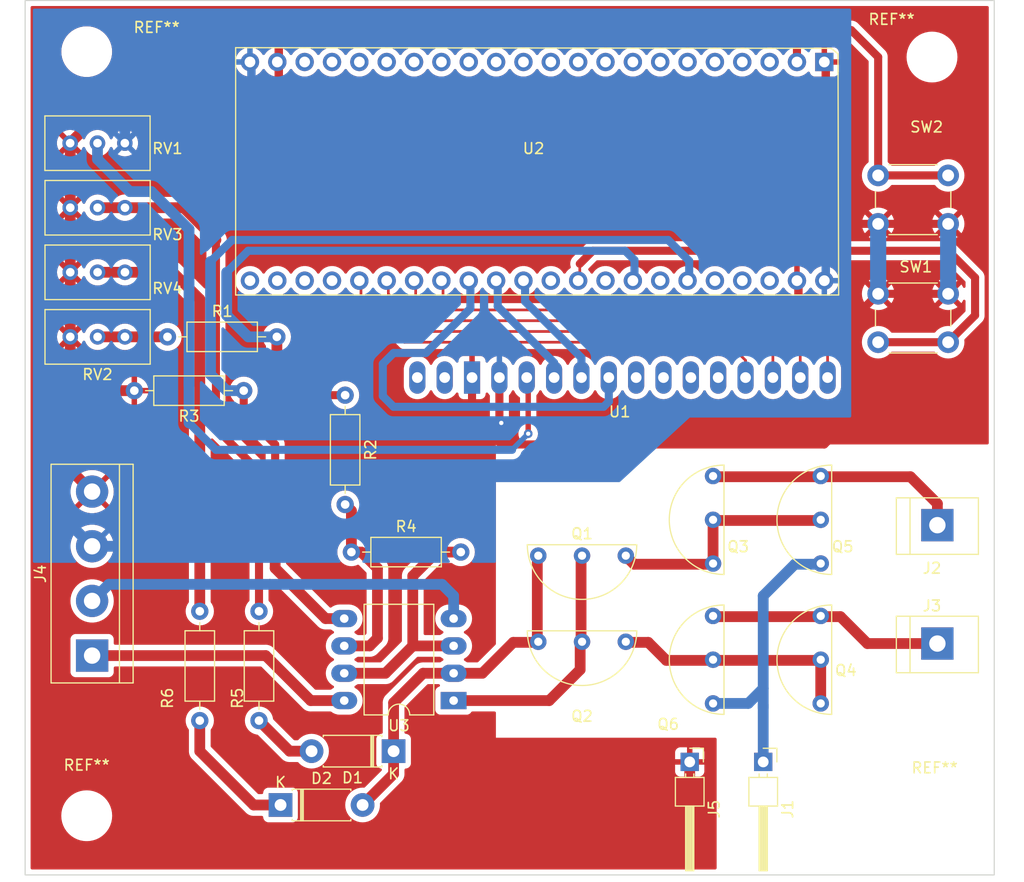
<source format=kicad_pcb>
(kicad_pcb (version 20211014) (generator pcbnew)
  (layers (0 "F.Cu" signal) (31 "B.Cu" signal) (34 "B.Paste" user) (35 "F.Paste" user) (36 "B.SilkS" user "B.Silkscreen") (37 "F.SilkS" user "F.Silkscreen") (38 "B.Mask" user) (39 "F.Mask" user) (44 "Edge.Cuts" user))
  (net 0 "")
  (net 1 "Net-(D1-Pad1)")
  (net 2 "Net-(D1-Pad2)")
  (net 3 "Net-(D2-Pad1)")
  (net 4 "/Control_y_salida/Iout")
  (net 5 "GND")
  (net 6 "+5V")
  (net 7 "-12V")
  (net 8 "+12V")
  (net 9 "VEE")
  (net 10 "VCC")
  (net 11 "Net-(Q1-Pad1)")
  (net 12 "Net-(Q1-Pad2)")
  (net 13 "Net-(Q2-Pad1)")
  (net 14 "Net-(R1-Pad1)")
  (net 15 "/Control_y_salida/IDAC_Neg")
  (net 16 "Net-(R2-Pad2)")
  (net 17 "/Control_y_salida/IDAC_Pos")
  (net 18 "Net-(R4-Pad2)")
  (net 19 "Net-(R5-Pad1)")
  (net 20 "Net-(R6-Pad1)")
  (net 21 "Net-(RV1-Pad2)")
  (net 22 "/Control_y_salida/But_Dec")
  (net 23 "/Control_y_salida/But_Inc")
  (net 24 "/Control_y_salida/LCD_RS")
  (net 25 "/Control_y_salida/LCD_R{slash}W")
  (net 26 "/Control_y_salida/LCD_E")
  (net 31 "/Control_y_salida/LCD_D4")
  (net 32 "/Control_y_salida/LCD_D5")
  (net 33 "/Control_y_salida/LCD_D6")
  (net 34 "/Control_y_salida/LCD_D7")
  (footprint "Potentiometer_THT:Potentiometer_Bourns_3296W_Vertical" (layer "F.Cu") (at 119.54 76)
    (fp_text reference "RV1" (at 3.96 0.5) (layer "F.SilkS"))
    (fp_text value "5k")
    (pad "1" thru_hole circle (at 0 0) (size 1.44 1.44) (drill 0.8) (layers *.Cu *.Mask) (net 6 "+5V"))
    (pad "2" thru_hole circle (at -2.54 0) (size 1.44 1.44) (drill 0.8) (layers *.Cu *.Mask) (net 21 "Net-(RV1-Pad2)"))
    (pad "3" thru_hole circle (at -5.08 0) (size 1.44 1.44) (drill 0.8) (layers *.Cu *.Mask) (net 5 "GND"))
  )
  (footprint "MountingHole:MountingHole_3.7mm" (layer "F.Cu") (at 194.5 68)
    (fp_text reference "REF**" (at -3.75 -3.5) (layer "F.SilkS"))
    (fp_text value "MountingHole_3.7mm")
    (pad "" np_thru_hole circle (at 0 0) (size 3.7 3.7) (drill 3.7) (layers F&B.Cu *.Mask))
  )
  (footprint "Button_Switch_THT:SW_PUSH_6mm_H7.3mm" (layer "F.Cu") (at 196 83.5 180)
    (fp_text reference "SW2" (at 2 9) (layer "F.SilkS"))
    (fp_text value "SW_Push")
    (pad "1" thru_hole circle (at 0 0 270) (size 2 2) (drill 1.1) (layers *.Cu *.Mask) (net 5 "GND"))
    (pad "1" thru_hole circle (at 6.5 0 270) (size 2 2) (drill 1.1) (layers *.Cu *.Mask) (net 5 "GND"))
    (pad "2" thru_hole circle (at 0 4.5 270) (size 2 2) (drill 1.1) (layers *.Cu *.Mask) (net 23 "/Control_y_salida/But_Inc"))
    (pad "2" thru_hole circle (at 6.5 4.5 270) (size 2 2) (drill 1.1) (layers *.Cu *.Mask) (net 23 "/Control_y_salida/But_Inc"))
  )
  (footprint "Proyecto_MIB:BF42X" (layer "F.Cu") (at 186.707 124 90)
    (fp_text reference "Q4" (at -1 -0.207 unlocked) (layer "F.SilkS"))
    (fp_text value "BF422")
    (pad "1" thru_hole circle (at -4.064 -2.54 90) (size 1.524 1.524) (drill 0.762) (layers *.Cu *.Mask) (net 13 "Net-(Q2-Pad1)"))
    (pad "2" thru_hole circle (at 0 -2.54 90) (size 1.524 1.524) (drill 0.762) (layers *.Cu *.Mask) (net 13 "Net-(Q2-Pad1)"))
    (pad "3" thru_hole circle (at 4.064 -2.54 90) (size 1.524 1.524) (drill 0.762) (layers *.Cu *.Mask) (net 9 "VEE"))
  )
  (footprint "MountingHole:MountingHole_3.7mm" (layer "F.Cu") (at 116 138.5)
    (fp_text reference "REF**" (at 0 -4.7) (layer "F.SilkS"))
    (fp_text value "MountingHole_3.7mm")
    (pad "" np_thru_hole circle (at 0 0) (size 3.7 3.7) (drill 3.7) (layers *.Cu *.Mask))
  )
  (footprint "Resistor_THT:R_Axial_DIN0207_L6.3mm_D2.5mm_P10.16mm_Horizontal" (layer "F.Cu") (at 126.5 119.5 -90)
    (fp_text reference "R6" (at 8.08 3 90) (layer "F.SilkS"))
    (fp_text value "3k3")
    (pad "1" thru_hole circle (at 0 0 270) (size 1.6 1.6) (drill 0.8) (layers *.Cu *.Mask) (net 20 "Net-(R6-Pad1)"))
    (pad "2" thru_hole oval (at 10.16 0 270) (size 1.6 1.6) (drill 0.8) (layers *.Cu *.Mask) (net 3 "Net-(D2-Pad1)"))
  )
  (footprint "Diode_THT:D_DO-41_SOD81_P7.62mm_Horizontal" (layer "F.Cu") (at 144.5 132.5 180)
    (fp_text reference "D1" (at 3.81 -2.47) (layer "F.SilkS"))
    (fp_text value "1N4148")
    (fp_text user "K" (at 0 -2.1) (layer "F.SilkS"))
    (pad "1" thru_hole rect (at 0 0 180) (size 2.2 2.2) (drill 1.1) (layers *.Cu *.Mask) (net 1 "Net-(D1-Pad1)"))
    (pad "2" thru_hole oval (at 7.62 0 180) (size 2.2 2.2) (drill 1.1) (layers *.Cu *.Mask) (net 2 "Net-(D1-Pad2)"))
  )
  (footprint "Proyecto_MIB:BF42X" (layer "F.Cu") (at 176.707 124 90)
    (fp_text reference "Q6" (at -6 -6.707 unlocked) (layer "F.SilkS"))
    (fp_text value "BF422")
    (pad "1" thru_hole circle (at -4.064 -2.54 90) (size 1.524 1.524) (drill 0.762) (layers *.Cu *.Mask) (net 4 "/Control_y_salida/Iout"))
    (pad "2" thru_hole circle (at 0 -2.54 90) (size 1.524 1.524) (drill 0.762) (layers *.Cu *.Mask) (net 13 "Net-(Q2-Pad1)"))
    (pad "3" thru_hole circle (at 4.064 -2.54 90) (size 1.524 1.524) (drill 0.762) (layers *.Cu *.Mask) (net 9 "VEE"))
  )
  (footprint "Proyecto_MIB:BF42X" (layer "F.Cu") (at 176.707 111 90)
    (fp_text reference "Q3" (at -2.5 -0.207 unlocked) (layer "F.SilkS"))
    (fp_text value "BF421")
    (pad "1" thru_hole circle (at -4.064 -2.54 90) (size 1.524 1.524) (drill 0.762) (layers *.Cu *.Mask) (net 11 "Net-(Q1-Pad1)"))
    (pad "2" thru_hole circle (at 0 -2.54 90) (size 1.524 1.524) (drill 0.762) (layers *.Cu *.Mask) (net 11 "Net-(Q1-Pad1)"))
    (pad "3" thru_hole circle (at 4.064 -2.54 90) (size 1.524 1.524) (drill 0.762) (layers *.Cu *.Mask) (net 10 "VCC"))
  )
  (footprint "Proyecto_MIB:TerminalBLock_bornier-1_P5.08mm" (layer "F.Cu") (at 188.46 125.21 -90)
    (fp_text reference "J3" (at -6.21 -6.04 unlocked) (layer "F.SilkS"))
    (fp_text value "Screw_Terminal_01x01")
    (pad "1" thru_hole rect (at -2.71 -6.54 270) (size 3 3) (drill 1.52) (layers *.Cu *.Mask) (net 9 "VEE"))
  )
  (footprint "Proyecto_MIB:LCD_pinsonly" (layer "F.Cu") (at 165.5 101.4665)
    (fp_text reference "U1" (at 0 -0.5 unlocked) (layer "F.SilkS"))
    (fp_text value "LCD-016N002L")
    (pad "1" thru_hole rect (at -13.716 -3.683 180) (size 1.5 3) (drill 1) (layers *.Cu *.Mask) (net 5 "GND"))
    (pad "2" thru_hole oval (at -11.176 -3.683 180) (size 1.5 3) (drill 1) (layers *.Cu *.Mask) (net 6 "+5V"))
    (pad "3" thru_hole oval (at -8.636 -3.683 180) (size 1.5 3) (drill 1) (layers *.Cu *.Mask) (net 21 "Net-(RV1-Pad2)"))
    (pad "4" thru_hole oval (at -6.096 -3.683 180) (size 1.5 3) (drill 1) (layers *.Cu *.Mask) (net 24 "/Control_y_salida/LCD_RS"))
    (pad "5" thru_hole oval (at -3.556 -3.683 180) (size 1.5 3) (drill 1) (layers *.Cu *.Mask) (net 25 "/Control_y_salida/LCD_R{slash}W"))
    (pad "6" thru_hole oval (at -1.016 -3.683 180) (size 1.5 3) (drill 1) (layers *.Cu *.Mask) (net 26 "/Control_y_salida/LCD_E"))
    (pad "7" thru_hole oval (at 1.524 -3.683 180) (size 1.5 3) (drill 1) (layers *.Cu *.Mask))
    (pad "8" thru_hole oval (at 4.064 -3.683 180) (size 1.5 3) (drill 1) (layers *.Cu *.Mask))
    (pad "9" thru_hole oval (at 6.604 -3.683 180) (size 1.5 3) (drill 1) (layers *.Cu *.Mask))
    (pad "10" thru_hole oval (at 9.144 -3.683 180) (size 1.5 3) (drill 1) (layers *.Cu *.Mask))
    (pad "11" thru_hole oval (at 11.684 -3.683 180) (size 1.5 3) (drill 1) (layers *.Cu *.Mask) (net 31 "/Control_y_salida/LCD_D4"))
    (pad "12" thru_hole oval (at 14.224 -3.683 180) (size 1.5 3) (drill 1) (layers *.Cu *.Mask) (net 32 "/Control_y_salida/LCD_D5"))
    (pad "13" thru_hole oval (at 16.764 -3.683 180) (size 1.5 3) (drill 1) (layers *.Cu *.Mask) (net 33 "/Control_y_salida/LCD_D6"))
    (pad "14" thru_hole oval (at 19.304 -3.683 180) (size 1.5 3) (drill 1) (layers *.Cu *.Mask) (net 34 "/Control_y_salida/LCD_D7"))
    (pad "15" thru_hole oval (at -16.256 -3.683 180) (size 1.5 3) (drill 1) (layers *.Cu *.Mask))
    (pad "16" thru_hole oval (at -18.796 -3.683 180) (size 1.5 3) (drill 1) (layers *.Cu *.Mask))
  )
  (footprint "Resistor_THT:R_Axial_DIN0207_L6.3mm_D2.5mm_P10.16mm_Horizontal" (layer "F.Cu") (at 140.58 114)
    (fp_text reference "R4" (at 5.08 -2.37) (layer "F.SilkS"))
    (fp_text value "47k")
    (pad "1" thru_hole circle (at 0 0) (size 1.6 1.6) (drill 0.8) (layers *.Cu *.Mask) (net 16 "Net-(R2-Pad2)"))
    (pad "2" thru_hole oval (at 10.16 0) (size 1.6 1.6) (drill 0.8) (layers *.Cu *.Mask) (net 18 "Net-(R4-Pad2)"))
  )
  (footprint "MountingHole:MountingHole_3.7mm" (layer "F.Cu") (at 116 67.5)
    (fp_text reference "REF**" (at 6.5 -2.25) (layer "F.SilkS"))
    (fp_text value "MountingHole_3.7mm")
    (pad "" np_thru_hole circle (at 0 0) (size 3.7 3.7) (drill 3.7) (layers *.Cu *.Mask))
  )
  (footprint "Connector_PinHeader_2.54mm:PinHeader_1x01_P2.54mm_Horizontal" (layer "F.Cu") (at 172 133.5 -90)
    (fp_text reference "J5" (at 4.385 -2.27 90) (layer "F.SilkS"))
    (fp_text value "Conn_01x01_Male")
    (pad "1" thru_hole rect (at 0 0 270) (size 1.7 1.7) (drill 1) (layers *.Cu *.Mask) (net 5 "GND"))
  )
  (footprint "Potentiometer_THT:Potentiometer_Bourns_3296W_Vertical" (layer "F.Cu") (at 119.55 82)
    (fp_text reference "RV3" (at 3.95 2.5) (layer "F.SilkS"))
    (fp_text value "10k")
    (pad "1" thru_hole circle (at 0 0) (size 1.44 1.44) (drill 0.8) (layers *.Cu *.Mask) (net 19 "Net-(R5-Pad1)"))
    (pad "2" thru_hole circle (at -2.54 0) (size 1.44 1.44) (drill 0.8) (layers *.Cu *.Mask) (net 19 "Net-(R5-Pad1)"))
    (pad "3" thru_hole circle (at -5.08 0) (size 1.44 1.44) (drill 0.8) (layers *.Cu *.Mask) (net 5 "GND"))
  )
  (footprint "Proyecto_MIB:TerminalBLock_bornier-1_P5.08mm" (layer "F.Cu") (at 188.46 114.21 -90)
    (fp_text reference "J2" (at 1.29 -6.04 unlocked) (layer "F.SilkS"))
    (fp_text value "Screw_Terminal_01x01")
    (pad "1" thru_hole rect (at -2.71 -6.54 270) (size 3 3) (drill 1.52) (layers *.Cu *.Mask) (net 10 "VCC"))
  )
  (footprint "Resistor_THT:R_Axial_DIN0207_L6.3mm_D2.5mm_P10.16mm_Horizontal" (layer "F.Cu") (at 123.5 94)
    (fp_text reference "R1" (at 5.08 -2.37) (layer "F.SilkS"))
    (fp_text value "10k")
    (pad "1" thru_hole circle (at 0 0) (size 1.6 1.6) (drill 0.8) (layers *.Cu *.Mask) (net 14 "Net-(R1-Pad1)"))
    (pad "2" thru_hole oval (at 10.16 0) (size 1.6 1.6) (drill 0.8) (layers *.Cu *.Mask) (net 15 "/Control_y_salida/IDAC_Neg"))
  )
  (footprint "Button_Switch_THT:SW_PUSH_6mm_H7.3mm" (layer "F.Cu") (at 189.5 90)
    (fp_text reference "SW1" (at 3.5 -2.5) (layer "F.SilkS"))
    (fp_text value "SW_Push")
    (pad "1" thru_hole circle (at 0 0 90) (size 2 2) (drill 1.1) (layers *.Cu *.Mask) (net 5 "GND"))
    (pad "1" thru_hole circle (at 6.5 0 90) (size 2 2) (drill 1.1) (layers *.Cu *.Mask) (net 5 "GND"))
    (pad "2" thru_hole circle (at 6.5 4.5 90) (size 2 2) (drill 1.1) (layers *.Cu *.Mask) (net 22 "/Control_y_salida/But_Dec"))
    (pad "2" thru_hole circle (at 0 4.5 90) (size 2 2) (drill 1.1) (layers *.Cu *.Mask) (net 22 "/Control_y_salida/But_Dec"))
  )
  (footprint "Proyecto_MIB:BF42X" (layer "F.Cu") (at 186.707 111 90)
    (fp_text reference "Q5" (at -2.5 -0.5 unlocked) (layer "F.SilkS"))
    (fp_text value "BF421")
    (pad "1" thru_hole circle (at -4.064 -2.54 90) (size 1.524 1.524) (drill 0.762) (layers *.Cu *.Mask) (net 4 "/Control_y_salida/Iout"))
    (pad "2" thru_hole circle (at 0 -2.54 90) (size 1.524 1.524) (drill 0.762) (layers *.Cu *.Mask) (net 11 "Net-(Q1-Pad1)"))
    (pad "3" thru_hole circle (at 4.064 -2.54 90) (size 1.524 1.524) (drill 0.762) (layers *.Cu *.Mask) (net 10 "VCC"))
  )
  (footprint "Proyecto_MIB:BF42X" (layer "F.Cu") (at 162 119.793 180)
    (fp_text reference "Q2" (at 0 -9.457 unlocked) (layer "F.SilkS"))
    (fp_text value "BG421")
    (pad "1" thru_hole circle (at -4.064 -2.54 180) (size 1.524 1.524) (drill 0.762) (layers *.Cu *.Mask) (net 13 "Net-(Q2-Pad1)"))
    (pad "2" thru_hole circle (at 0 -2.54 180) (size 1.524 1.524) (drill 0.762) (layers *.Cu *.Mask) (net 12 "Net-(Q1-Pad2)"))
    (pad "3" thru_hole circle (at 4.064 -2.54 180) (size 1.524 1.524) (drill 0.762) (layers *.Cu *.Mask) (net 1 "Net-(D1-Pad1)"))
  )
  (footprint "Proyecto_MIB:BF42X" (layer "F.Cu") (at 162 111.793 180)
    (fp_text reference "Q1" (at 0 -0.5 unlocked) (layer "F.SilkS"))
    (fp_text value "BF422")
    (pad "1" thru_hole circle (at -4.064 -2.54 180) (size 1.524 1.524) (drill 0.762) (layers *.Cu *.Mask) (net 11 "Net-(Q1-Pad1)"))
    (pad "2" thru_hole circle (at 0 -2.54 180) (size 1.524 1.524) (drill 0.762) (layers *.Cu *.Mask) (net 12 "Net-(Q1-Pad2)"))
    (pad "3" thru_hole circle (at 4.064 -2.54 180) (size 1.524 1.524) (drill 0.762) (layers *.Cu *.Mask) (net 1 "Net-(D1-Pad1)"))
  )
  (footprint "Resistor_THT:R_Axial_DIN0207_L6.3mm_D2.5mm_P10.16mm_Horizontal" (layer "F.Cu") (at 140 99.42 -90)
    (fp_text reference "R2" (at 5.08 -2.37 -270) (layer "F.SilkS"))
    (fp_text value "22k")
    (pad "1" thru_hole circle (at 0 0 270) (size 1.6 1.6) (drill 0.8) (layers *.Cu *.Mask) (net 15 "/Control_y_salida/IDAC_Neg"))
    (pad "2" thru_hole oval (at 10.16 0 270) (size 1.6 1.6) (drill 0.8) (layers *.Cu *.Mask) (net 16 "Net-(R2-Pad2)"))
  )
  (footprint "Diode_THT:D_DO-41_SOD81_P7.62mm_Horizontal" (layer "F.Cu") (at 134 137.5)
    (fp_text reference "D2" (at 3.81 -2.47) (layer "F.SilkS"))
    (fp_text value "1N4148")
    (fp_text user "K" (at 0 -2.1) (layer "F.SilkS"))
    (pad "1" thru_hole rect (at 0 0) (size 2.2 2.2) (drill 1.1) (layers *.Cu *.Mask) (net 3 "Net-(D2-Pad1)"))
    (pad "2" thru_hole oval (at 7.62 0) (size 2.2 2.2) (drill 1.1) (layers *.Cu *.Mask) (net 1 "Net-(D1-Pad1)"))
  )
  (footprint "MountingHole:MountingHole_3.7mm" (layer "F.Cu") (at 194.75 138.75)
    (fp_text reference "REF**" (at 0 -4.7) (layer "F.SilkS"))
    (fp_text value "MountingHole_3.7mm")
    (pad "" np_thru_hole circle (at 0 0) (size 3.7 3.7) (drill 3.7) (layers *.Cu *.Mask))
  )
  (footprint "Proyecto_MIB:PinSocket_2x22_P2.54mm_Vertical_2" (layer "F.Cu") (at 184.5 71 -90)
    (fp_text reference "U2" (at 5.5 27 180) (layer "F.SilkS"))
    (fp_text value "PSoC4_kit049_(CY8C4245AXI-483)")
    (pad "1" thru_hole rect (at -2.54 0 270) (size 1.7 1.7) (drill 1) (layers *.Cu *.Mask) (net 5 "GND"))
    (pad "2" thru_hole oval (at -2.54 2.54 270) (size 1.7 1.7) (drill 1) (layers *.Cu *.Mask) (net 23 "/Control_y_salida/But_Inc"))
    (pad "3" thru_hole oval (at -2.54 5.08 270) (size 1.7 1.7) (drill 1) (layers *.Cu *.Mask))
    (pad "4" thru_hole oval (at -2.54 7.62 270) (size 1.7 1.7) (drill 1) (layers *.Cu *.Mask))
    (pad "5" thru_hole oval (at -2.54 10.16 270) (size 1.7 1.7) (drill 1) (layers *.Cu *.Mask))
    (pad "6" thru_hole oval (at -2.54 12.7 270) (size 1.7 1.7) (drill 1) (layers *.Cu *.Mask))
    (pad "7" thru_hole oval (at -2.54 15.24 270) (size 1.7 1.7) (drill 1) (layers *.Cu *.Mask))
    (pad "8" thru_hole oval (at -2.54 17.78 270) (size 1.7 1.7) (drill 1) (layers *.Cu *.Mask))
    (pad "9" thru_hole oval (at -2.54 20.32 270) (size 1.7 1.7) (drill 1) (layers *.Cu *.Mask))
    (pad "10" thru_hole oval (at -2.54 22.86 270) (size 1.7 1.7) (drill 1) (layers *.Cu *.Mask))
    (pad "11" thru_hole oval (at -2.54 25.4 270) (size 1.7 1.7) (drill 1) (layers *.Cu *.Mask))
    (pad "12" thru_hole oval (at -2.54 27.94 270) (size 1.7 1.7) (drill 1) (layers *.Cu *.Mask))
    (pad "13" thru_hole oval (at -2.54 30.48 270) (size 1.7 1.7) (drill 1) (layers *.Cu *.Mask))
    (pad "14" thru_hole oval (at -2.54 33.02 270) (size 1.7 1.7) (drill 1) (layers *.Cu *.Mask))
    (pad "15" thru_hole oval (at -2.54 35.56 270) (size 1.7 1.7) (drill 1) (layers *.Cu *.Mask))
    (pad "16" thru_hole oval (at -2.54 38.1 270) (size 1.7 1.7) (drill 1) (layers *.Cu *.Mask))
    (pad "17" thru_hole oval (at -2.54 40.64 270) (size 1.7 1.7) (drill 1) (layers *.Cu *.Mask))
    (pad "18" thru_hole oval (at -2.54 43.18 270) (size 1.7 1.7) (drill 1) (layers *.Cu *.Mask))
    (pad "19" thru_hole oval (at -2.54 45.72 270) (size 1.7 1.7) (drill 1) (layers *.Cu *.Mask))
    (pad "20" thru_hole oval (at -2.54 48.26 270) (size 1.7 1.7) (drill 1) (layers *.Cu *.Mask))
    (pad "21" thru_hole oval (at -2.54 50.8 270) (size 1.7 1.7) (drill 1) (layers *.Cu *.Mask) (net 5 "GND"))
    (pad "22" thru_hole oval (at -2.54 53.34 270) (size 1.7 1.7) (drill 1) (layers *.Cu *.Mask) (net 6 "+5V"))
    (pad "23" thru_hole oval (at 17.78 0 270) (size 1.7 1.7) (drill 1) (layers *.Cu *.Mask) (net 6 "+5V"))
    (pad "24" thru_hole oval (at 17.78 2.54 270) (size 1.7 1.7) (drill 1) (layers *.Cu *.Mask) (net 5 "GND"))
    (pad "25" thru_hole oval (at 17.78 5.08 270) (size 1.7 1.7) (drill 1) (layers *.Cu *.Mask))
    (pad "26" thru_hole oval (at 17.78 7.62 270) (size 1.7 1.7) (drill 1) (layers *.Cu *.Mask))
    (pad "27" thru_hole oval (at 17.78 10.16 270) (size 1.7 1.7) (drill 1) (layers *.Cu *.Mask))
    (pad "28" thru_hole oval (at 17.78 12.7 270) (size 1.7 1.7) (drill 1) (layers *.Cu *.Mask) (net 17 "/Control_y_salida/IDAC_Pos"))
    (pad "29" thru_hole oval (at 17.78 15.24 270) (size 1.7 1.7) (drill 1) (layers *.Cu *.Mask))
    (pad "30" thru_hole oval (at 17.78 17.78 270) (size 1.7 1.7) (drill 1) (layers *.Cu *.Mask) (net 15 "/Control_y_salida/IDAC_Neg"))
    (pad "31" thru_hole oval (at 17.78 20.32 270) (size 1.7 1.7) (drill 1) (layers *.Cu *.Mask))
    (pad "32" thru_hole oval (at 17.78 22.86 270) (size 1.7 1.7) (drill 1) (layers *.Cu *.Mask) (net 22 "/Control_y_salida/But_Dec"))
    (pad "33" thru_hole oval (at 17.78 25.4 270) (size 1.7 1.7) (drill 1) (layers *.Cu *.Mask))
    (pad "34" thru_hole oval (at 17.78 27.94 270) (size 1.7 1.7) (drill 1) (layers *.Cu *.Mask) (net 25 "/Control_y_salida/LCD_R{slash}W"))
    (pad "35" thru_hole oval (at 17.78 30.48 270) (size 1.7 1.7) (drill 1) (layers *.Cu *.Mask) (net 24 "/Control_y_salida/LCD_RS"))
    (pad "36" thru_hole oval (at 17.78 33.02 270) (size 1.7 1.7) (drill 1) (layers *.Cu *.Mask) (net 26 "/Control_y_salida/LCD_E"))
    (pad "37" thru_hole oval (at 17.78 35.56 270) (size 1.7 1.7) (drill 1) (layers *.Cu *.Mask) (net 34 "/Control_y_salida/LCD_D7"))
    (pad "38" thru_hole oval (at 17.78 38.1 270) (size 1.7 1.7) (drill 1) (layers *.Cu *.Mask) (net 33 "/Control_y_salida/LCD_D6"))
    (pad "39" thru_hole oval (at 17.78 40.64 270) (size 1.7 1.7) (drill 1) (layers *.Cu *.Mask) (net 32 "/Control_y_salida/LCD_D5"))
    (pad "40" thru_hole oval (at 17.78 43.18 270) (size 1.7 1.7) (drill 1) (layers *.Cu *.Mask) (net 31 "/Control_y_salida/LCD_D4"))
    (pad "41" thru_hole oval (at 17.78 45.72 270) (size 1.7 1.7) (drill 1) (layers *.Cu *.Mask))
    (pad "42" thru_hole oval (at 17.78 48.26 270) (size 1.7 1.7) (drill 1) (layers *.Cu *.Mask))
    (pad "43" thru_hole oval (at 17.78 50.8 270) (size 1.7 1.7) (drill 1) (layers *.Cu *.Mask))
    (pad "44" thru_hole oval (at 17.78 53.34 270) (size 1.7 1.7) (drill 1) (layers *.Cu *.Mask))
  )
  (footprint "TerminalBlock:TerminalBlock_bornier-4_P5.08mm" (layer "F.Cu") (at 116.5 123.62 90)
    (fp_text reference "J4" (at 7.6 -4.8 90) (layer "F.SilkS"))
    (fp_text value "Screw_Terminal_01x04")
    (pad "1" thru_hole rect (at 0 0 90) (size 3 3) (drill 1.52) (layers *.Cu *.Mask) (net 8 "+12V"))
    (pad "2" thru_hole circle (at 5.08 0 90) (size 3 3) (drill 1.52) (layers *.Cu *.Mask) (net 7 "-12V"))
    (pad "3" thru_hole circle (at 10.16 0 90) (size 3 3) (drill 1.52) (layers *.Cu *.Mask) (net 6 "+5V"))
    (pad "4" thru_hole circle (at 15.24 0 90) (size 3 3) (drill 1.52) (layers *.Cu *.Mask) (net 5 "GND"))
  )
  (footprint "Potentiometer_THT:Potentiometer_Bourns_3296W_Vertical" (layer "F.Cu") (at 119.55 94)
    (fp_text reference "RV2" (at -2.55 3.5) (layer "F.SilkS"))
    (fp_text value "2k")
    (pad "1" thru_hole circle (at 0 0) (size 1.44 1.44) (drill 0.8) (layers *.Cu *.Mask) (net 14 "Net-(R1-Pad1)"))
    (pad "2" thru_hole circle (at -2.54 0) (size 1.44 1.44) (drill 0.8) (layers *.Cu *.Mask) (net 14 "Net-(R1-Pad1)"))
    (pad "3" thru_hole circle (at -5.08 0) (size 1.44 1.44) (drill 0.8) (layers *.Cu *.Mask) (net 5 "GND"))
  )
  (footprint "Potentiometer_THT:Potentiometer_Bourns_3296W_Vertical" (layer "F.Cu") (at 119.55 88)
    (fp_text reference "RV4" (at 3.95 1.5) (layer "F.SilkS"))
    (fp_text value "5k")
    (pad "1" thru_hole circle (at 0 0) (size 1.44 1.44) (drill 0.8) (layers *.Cu *.Mask) (net 20 "Net-(R6-Pad1)"))
    (pad "2" thru_hole circle (at -2.54 0) (size 1.44 1.44) (drill 0.8) (layers *.Cu *.Mask) (net 20 "Net-(R6-Pad1)"))
    (pad "3" thru_hole circle (at -5.08 0) (size 1.44 1.44) (drill 0.8) (layers *.Cu *.Mask) (net 5 "GND"))
  )
  (footprint "Package_DIP:DIP-8_W10.16mm_LongPads" (layer "F.Cu") (at 150.075 127.8 180)
    (fp_text reference "U3" (at 5.08 -2.33) (layer "F.SilkS"))
    (fp_text value "TL082")
    (pad "1" thru_hole rect (at 0 0 180) (size 2.4 1.6) (drill 0.8) (layers *.Cu *.Mask) (net 12 "Net-(Q1-Pad2)"))
    (pad "2" thru_hole oval (at 0 2.54 180) (size 2.4 1.6) (drill 0.8) (layers *.Cu *.Mask) (net 1 "Net-(D1-Pad1)"))
    (pad "3" thru_hole oval (at 0 5.08 180) (size 2.4 1.6) (drill 0.8) (layers *.Cu *.Mask) (net 18 "Net-(R4-Pad2)"))
    (pad "4" thru_hole oval (at 0 7.62 180) (size 2.4 1.6) (drill 0.8) (layers *.Cu *.Mask) (net 7 "-12V"))
    (pad "5" thru_hole oval (at 10.16 7.62 180) (size 2.4 1.6) (drill 0.8) (layers *.Cu *.Mask) (net 17 "/Control_y_salida/IDAC_Pos"))
    (pad "6" thru_hole oval (at 10.16 5.08 180) (size 2.4 1.6) (drill 0.8) (layers *.Cu *.Mask) (net 16 "Net-(R2-Pad2)"))
    (pad "7" thru_hole oval (at 10.16 2.54 180) (size 2.4 1.6) (drill 0.8) (layers *.Cu *.Mask) (net 18 "Net-(R4-Pad2)"))
    (pad "8" thru_hole oval (at 10.16 0 180) (size 2.4 1.6) (drill 0.8) (layers *.Cu *.Mask) (net 8 "+12V"))
  )
  (footprint "Resistor_THT:R_Axial_DIN0207_L6.3mm_D2.5mm_P10.16mm_Horizontal" (layer "F.Cu") (at 132 119.5 -90)
    (fp_text reference "R5" (at 8.08 2 90) (layer "F.SilkS"))
    (fp_text value "10k")
    (pad "1" thru_hole circle (at 0 0 270) (size 1.6 1.6) (drill 0.8) (layers *.Cu *.Mask) (net 19 "Net-(R5-Pad1)"))
    (pad "2" thru_hole oval (at 10.16 0 270) (size 1.6 1.6) (drill 0.8) (layers *.Cu *.Mask) (net 2 "Net-(D1-Pad2)"))
  )
  (footprint "Connector_PinHeader_2.54mm:PinHeader_1x01_P2.54mm_Horizontal" (layer "F.Cu") (at 178.825 133.5 -90)
    (fp_text reference "J1" (at 4.385 -2.27 -90) (layer "F.SilkS"))
    (fp_text value "Conn_01x01_Male")
    (pad "1" thru_hole rect (at 0 0 270) (size 1.7 1.7) (drill 1) (layers *.Cu *.Mask) (net 4 "/Control_y_salida/Iout"))
  )
  (footprint "Resistor_THT:R_Axial_DIN0207_L6.3mm_D2.5mm_P10.16mm_Horizontal" (layer "F.Cu") (at 130.58 99 180)
    (fp_text reference "R3" (at 5.08 -2.37) (layer "F.SilkS"))
    (fp_text value "6k8")
    (pad "1" thru_hole circle (at 0 0 180) (size 1.6 1.6) (drill 0.8) (layers *.Cu *.Mask) (net 17 "/Control_y_salida/IDAC_Pos"))
    (pad "2" thru_hole oval (at 10.16 0 180) (size 1.6 1.6) (drill 0.8) (layers *.Cu *.Mask) (net 5 "GND"))
  )
  (gr_rect (start 110.28 62.75) (end 200.28 144) (layer "Edge.Cuts") (width 0.1) (fill none))
  (segment (start 152.74 125.26) (end 155.611 122.389) (width 1) (layer "F.Cu") (net 1))
  (segment (start 155.611 122.389) (end 157.761 122.389) (width 1) (layer "F.Cu") (net 1))
  (segment (start 147.24 125.26) (end 144.5 128) (width 1) (layer "F.Cu") (net 1))
  (segment (start 157.84475 114.2765) (end 157.84475 122.30525) (width 1) (layer "F.Cu") (net 1))
  (segment (start 150.075 125.26) (end 152.74 125.26) (width 1) (layer "F.Cu") (net 1))
  (segment (start 144.5 128) (end 144.5 132.5) (width 1) (layer "F.Cu") (net 1))
  (segment (start 150.075 125.26) (end 147.24 125.26) (width 1) (layer "F.Cu") (net 1))
  (segment (start 144.5 134.62) (end 141.62 137.5) (width 1) (layer "F.Cu") (net 1))
  (segment (start 144.5 132.5) (end 144.5 134.62) (width 1) (layer "F.Cu") (net 1))
  (segment (start 157.84475 122.30525) (end 157.761 122.389) (width 1) (layer "F.Cu") (net 1))
  (segment (start 134.84 132.5) (end 136.88 132.5) (width 1) (layer "F.Cu") (net 2))
  (segment (start 132 129.66) (end 134.84 132.5) (width 1) (layer "F.Cu") (net 2))
  (segment (start 131.5 137.5) (end 126.5 132.5) (width 1) (layer "F.Cu") (net 3))
  (segment (start 134 137.5) (end 131.5 137.5) (width 1) (layer "F.Cu") (net 3))
  (segment (start 126.5 132.5) (end 126.5 129.66) (width 1) (layer "F.Cu") (net 3))
  (segment (start 178.825 126.675) (end 178.825 128.5) (width 1) (layer "B.Cu") (net 4))
  (segment (start 178.825 133.5) (end 178.825 128.175) (width 1) (layer "B.Cu") (net 4))
  (segment (start 184 115.128) (end 181.761 115.128) (width 1) (layer "B.Cu") (net 4))
  (segment (start 174.167 128.064) (end 177.436 128.064) (width 1) (layer "B.Cu") (net 4))
  (segment (start 181.761 115.128) (end 178.825 118.064) (width 1) (layer "B.Cu") (net 4))
  (segment (start 178.825 118.064) (end 178.825 126.675) (width 1) (layer "B.Cu") (net 4))
  (segment (start 177.436 128.064) (end 178.825 126.675) (width 1) (layer "B.Cu") (net 4))
  (segment (start 183.5 92.5) (end 187 92.5) (width 0.75) (layer "F.Cu") (net 5))
  (segment (start 189.5 83.5) (end 186.5 83.5) (width 0.75) (layer "F.Cu") (net 5))
  (segment (start 172 137.5) (end 168 141.5) (width 1) (layer "F.Cu") (net 5))
  (segment (start 133.85 66.85) (end 133.85 68.46) (width 0.75) (layer "F.Cu") (net 5))
  (segment (start 124.5 66) (end 133 66) (width 1) (layer "F.Cu") (net 5))
  (segment (start 182.11 91.11) (end 183.5 92.5) (width 0.75) (layer "F.Cu") (net 5))
  (segment (start 184.5 104) (end 187 101.5) (width 0.75) (layer "F.Cu") (net 5))
  (segment (start 182.11 88.78) (end 182.11 91.11) (width 0.75) (layer "F.Cu") (net 5))
  (segment (start 113 103) (end 114.47 101.53) (width 1) (layer "F.Cu") (net 5))
  (segment (start 154.5 104) (end 184.5 104) (width 0.75) (layer "F.Cu") (net 5))
  (segment (start 114.47 94) (end 114.47 88) (width 1) (layer "F.Cu") (net 5))
  (segment (start 189.5 90) (end 196 90) (width 0.75) (layer "F.Cu") (net 5))
  (segment (start 184.65 68.61) (end 184.5 68.46) (width 0.75) (layer "F.Cu") (net 5))
  (segment (start 114.47 88) (end 114.47 82) (width 1) (layer "F.Cu") (net 5))
  (segment (start 114.47 76.01) (end 114.46 76) (width 1) (layer "F.Cu") (net 5))
  (segment (start 151.784 101.284) (end 154.5 104) (width 0.75) (layer "F.Cu") (net 5))
  (segment (start 114.47 101.53) (end 114.47 100.47) (width 1) (layer "F.Cu") (net 5))
  (segment (start 112.5 129) (end 112.5 103.5) (width 1) (layer "F.Cu") (net 5))
  (segment (start 133.85 69.85) (end 135 71) (width 0.75) (layer "F.Cu") (net 5))
  (segment (start 114.5 99) (end 114.47 98.97) (width 1) (layer "F.Cu") (net 5))
  (segment (start 114.47 82) (end 114.47 78.53) (width 1) (layer "F.Cu") (net 5))
  (segment (start 114.47 106.35) (end 114.47 100.47) (width 1) (layer "F.Cu") (net 5))
  (segment (start 125 141.5) (end 112.5 129) (width 1) (layer "F.Cu") (net 5))
  (segment (start 133 66) (end 133.85 66.85) (width 0.75) (layer "F.Cu") (net 5))
  (segment (start 184.65 70.65) (end 184.65 68.61) (width 0.75) (layer "F.Cu") (net 5))
  (segment (start 135 71) (end 184.3 71) (width 0.75) (layer "F.Cu") (net 5))
  (segment (start 151.784 98.817) (end 151.784 101.284) (width 0.75) (layer "F.Cu") (net 5))
  (segment (start 121 69.5) (end 124.5 66) (width 1) (layer "F.Cu") (net 5))
  (segment (start 187 101.5) (end 187 92.5) (width 0.75) (layer "F.Cu") (net 5))
  (segment (start 114.47 98.97) (end 114.47 94) (width 1) (layer "F.Cu") (net 5))
  (segment (start 116.5 108.38) (end 114.47 106.35) (width 1) (layer "F.Cu") (net 5))
  (segment (start 172 133.5) (end 172 137.5) (width 1) (layer "F.Cu") (net 5))
  (segment (start 120.96 69.5) (end 121 69.5) (width 1) (layer "F.Cu") (net 5))
  (segment (start 184.65 81.65) (end 184.65 81.15) (width 0.75) (layer "F.Cu") (net 5))
  (segment (start 114.46 76) (end 120.96 69.5) (width 1) (layer "F.Cu") (net 5))
  (segment (start 184.3 71) (end 184.65 70.65) (width 0.75) (layer "F.Cu") (net 5))
  (segment (start 168 141.5) (end 125 141.5) (width 1) (layer "F.Cu") (net 5))
  (segment (start 184.65 81.15) (end 184.65 70.65) (width 0.75) (layer "F.Cu") (net 5))
  (segment (start 114.47 100.47) (end 114.47 98.97) (width 1) (layer "F.Cu") (net 5))
  (segment (start 186.5 83.5) (end 184.65 81.65) (width 0.75) (layer "F.Cu") (net 5))
  (segment (start 189.5 83.5) (end 196 83.5) (width 0.75) (layer "F.Cu") (net 5))
  (segment (start 187 92.5) (end 189.5 90) (width 0.75) (layer "F.Cu") (net 5))
  (segment (start 133.85 68.46) (end 133.85 69.85) (width 0.75) (layer "F.Cu") (net 5))
  (segment (start 120.42 99) (end 114.5 99) (width 1) (layer "F.Cu") (net 5))
  (segment (start 112.5 103.5) (end 114 102) (width 1) (layer "F.Cu") (net 5))
  (segment (start 114.47 78.53) (end 114.47 76.01) (width 1) (layer "F.Cu") (net 5))
  (segment (start 196 83.5) (end 196 90) (width 1.5) (layer "B.Cu") (net 5))
  (segment (start 189.5 83.5) (end 189.5 90) (width 1.5) (layer "B.Cu") (net 5))
  (segment (start 154.324 101.824) (end 154.324 97.7835) (width 0.75) (layer "F.Cu") (net 6))
  (segment (start 154.5 102) (end 154.324 101.824) (width 0.75) (layer "F.Cu") (net 6))
  (via (at 154.5 102) (size 0.8) (drill 0.4) (layers "F.Cu" "B.Cu") (net 6))
  (segment (start 134.5 73) (end 180.5 73) (width 0.75) (layer "B.Cu") (net 6))
  (segment (start 130.5 106.5) (end 123.54 113.46) (width 0.75) (layer "B.Cu") (net 6))
  (segment (start 112 75) (end 114 73) (width 1) (layer "B.Cu") (net 6))
  (segment (start 158.25 101.75) (end 158.5 102) (width 0.75) (layer "B.Cu") (net 6))
  (segment (start 131.31 68.46) (end 131.31 70.31) (width 0.75) (layer "B.Cu") (net 6))
  (segment (start 112 108.96) (end 112 75) (width 1) (layer "B.Cu") (net 6))
  (segment (start 159 102.5) (end 159 103.5) (width 0.75) (layer "B.Cu") (net 6))
  (segment (start 184.65 77.15) (end 184.65 88.78) (width 0.75) (layer "B.Cu") (net 6))
  (segment (start 119.54 74.04) (end 119.54 76) (width 1) (layer "B.Cu") (net 6))
  (segment (start 180.5 73) (end 184.65 77.15) (width 0.75) (layer "B.Cu") (net 6))
  (segment (start 156 106.5) (end 130.5 106.5) (width 0.75) (layer "B.Cu") (net 6))
  (segment (start 116.5 113.46) (end 112 108.96) (width 1) (layer "B.Cu") (net 6))
  (segment (start 158.5 102) (end 159 102.5) (width 0.75) (layer "B.Cu") (net 6))
  (segment (start 116.5 113.46) (end 123.54 113.46) (width 1) (layer "B.Cu") (net 6))
  (segment (start 159 103.5) (end 156 106.5) (width 0.75) (layer "B.Cu") (net 6))
  (segment (start 154.75 101.75) (end 158.25 101.75) (width 0.5) (layer "B.Cu") (net 6))
  (segment (start 118.5 73) (end 134.5 73) (width 1) (layer "B.Cu") (net 6))
  (segment (start 131.31 70.31) (end 134 73) (width 0.75) (layer "B.Cu") (net 6))
  (segment (start 118.5 73) (end 119.54 74.04) (width 1) (layer "B.Cu") (net 6))
  (segment (start 154.5 102) (end 154.75 101.75) (width 0.5) (layer "B.Cu") (net 6))
  (segment (start 134 73) (end 134.5 73) (width 0.75) (layer "B.Cu") (net 6))
  (segment (start 114 73) (end 118.5 73) (width 1) (layer "B.Cu") (net 6))
  (segment (start 118.04 117) (end 149 117) (width 1) (layer "B.Cu") (net 7))
  (segment (start 150.075 118.075) (end 150.075 120.18) (width 1) (layer "B.Cu") (net 7))
  (segment (start 149 117) (end 150.075 118.075) (width 1) (layer "B.Cu") (net 7))
  (segment (start 116.5 118.54) (end 118.04 117) (width 1) (layer "B.Cu") (net 7))
  (segment (start 132.62 123.62) (end 136.8 127.8) (width 1) (layer "F.Cu") (net 8))
  (segment (start 116.5 123.62) (end 132.62 123.62) (width 1) (layer "F.Cu") (net 8))
  (segment (start 136.8 127.8) (end 139.915 127.8) (width 1) (layer "F.Cu") (net 8))
  (segment (start 188.5 122.5) (end 195 122.5) (width 1) (layer "F.Cu") (net 9))
  (segment (start 184 120) (end 186 120) (width 1) (layer "F.Cu") (net 9))
  (segment (start 184 120) (end 174 120) (width 1) (layer "F.Cu") (net 9))
  (segment (start 186 120) (end 188.5 122.5) (width 1) (layer "F.Cu") (net 9))
  (segment (start 192.5 107) (end 195 109.5) (width 1) (layer "F.Cu") (net 10))
  (segment (start 195 109.5) (end 195 111.5) (width 1) (layer "F.Cu") (net 10))
  (segment (start 174 107) (end 192.5 107) (width 1) (layer "F.Cu") (net 10))
  (segment (start 166.82425 115.128) (end 174.167 115.128) (width 1) (layer "F.Cu") (net 11))
  (segment (start 174.167 111.064) (end 184 111.064) (width 1) (layer "F.Cu") (net 11))
  (segment (start 165.97275 114.2765) (end 166.82425 115.128) (width 1) (layer "F.Cu") (net 11))
  (segment (start 174.167 115.128) (end 174.167 111.064) (width 1) (layer "F.Cu") (net 11))
  (segment (start 161.825 124.925) (end 158.95 127.8) (width 1) (layer "F.Cu") (net 12))
  (segment (start 161.90875 114.2765) (end 161.90875 122.30525) (width 1) (layer "F.Cu") (net 12))
  (segment (start 161.90875 122.30525) (end 161.825 122.389) (width 1) (layer "F.Cu") (net 12))
  (segment (start 158.95 127.8) (end 150.075 127.8) (width 1) (layer "F.Cu") (net 12))
  (segment (start 161.825 122.389) (end 161.825 124.925) (width 1) (layer "F.Cu") (net 12))
  (segment (start 168.15 122.389) (end 169.825 124.064) (width 1) (layer "F.Cu") (net 13))
  (segment (start 184.167 124) (end 184.167 128.064) (width 1) (layer "F.Cu") (net 13))
  (segment (start 165.889 122.389) (end 168.15 122.389) (width 1) (layer "F.Cu") (net 13))
  (segment (start 169.825 124.064) (end 174 124.064) (width 1) (layer "F.Cu") (net 13))
  (segment (start 174 124.064) (end 184 124.064) (width 1) (layer "F.Cu") (net 13))
  (segment (start 117.01 94) (end 119.55 94) (width 1) (layer "F.Cu") (net 14))
  (segment (start 123.5 94) (end 119.55 94) (width 1) (layer "F.Cu") (net 14))
  (segment (start 133.66 96.16) (end 136.92 99.42) (width 0.75) (layer "F.Cu") (net 15))
  (segment (start 136.92 99.42) (end 140 99.42) (width 0.75) (layer "F.Cu") (net 15))
  (segment (start 133.66 94) (end 133.66 96.16) (width 1) (layer "F.Cu") (net 15))
  (segment (start 133.66 94) (end 131 94) (width 1) (layer "B.Cu") (net 15))
  (segment (start 129 88) (end 131 86) (width 0.75) (layer "B.Cu") (net 15))
  (segment (start 129 92) (end 129 88) (width 1) (layer "B.Cu") (net 15))
  (segment (start 131 86) (end 166 86) (width 0.75) (layer "B.Cu") (net 15))
  (segment (start 166.87 86.87) (end 166.87 88.78) (width 0.75) (layer "B.Cu") (net 15))
  (segment (start 166 86) (end 166.87 86.87) (width 0.75) (layer "B.Cu") (net 15))
  (segment (start 131 94) (end 129 92) (width 1) (layer "B.Cu") (net 15))
  (segment (start 141.5 114) (end 140.58 114) (width 1) (layer "F.Cu") (net 16))
  (segment (start 140.58 110.16) (end 140 109.58) (width 1) (layer "F.Cu") (net 16))
  (segment (start 142.28 122.72) (end 143 122) (width 1) (layer "F.Cu") (net 16))
  (segment (start 143 115.5) (end 141.5 114) (width 1) (layer "F.Cu") (net 16))
  (segment (start 143 122) (end 143 115.5) (width 1) (layer "F.Cu") (net 16))
  (segment (start 139.915 122.72) (end 142.28 122.72) (width 1) (layer "F.Cu") (net 16))
  (segment (start 140.58 114) (end 140.58 110.16) (width 1) (layer "F.Cu") (net 16))
  (segment (start 133.5 115.5) (end 133.5 112.5) (width 1) (layer "F.Cu") (net 17))
  (segment (start 139.915 120.18) (end 138.18 120.18) (width 1) (layer "F.Cu") (net 17))
  (segment (start 130.58 101.08) (end 133.5 104) (width 0.75) (layer "F.Cu") (net 17))
  (segment (start 138.18 120.18) (end 133.5 115.5) (width 1) (layer "F.Cu") (net 17))
  (segment (start 130.58 99) (end 130.58 101.08) (width 0.75) (layer "F.Cu") (net 17))
  (segment (start 133.5 104) (end 133.5 113) (width 0.75) (layer "F.Cu") (net 17))
  (segment (start 129.5 85) (end 170 85) (width 0.75) (layer "B.Cu") (net 17))
  (segment (start 171.95 86.95) (end 171.95 88.78) (width 0.75) (layer "B.Cu") (net 17))
  (segment (start 130.58 99) (end 129 99) (width 1) (layer "B.Cu") (net 17))
  (segment (start 129 99) (end 127.5 97.5) (width 1) (layer "B.Cu") (net 17))
  (segment (start 127.5 87) (end 129.5 85) (width 0.75) (layer "B.Cu") (net 17))
  (segment (start 170 85) (end 171.95 86.95) (width 0.75) (layer "B.Cu") (net 17))
  (segment (start 127.5 97.5) (end 127.5 87) (width 1) (layer "B.Cu") (net 17))
  (segment (start 143.74 125.26) (end 146.28 122.72) (width 1) (layer "F.Cu") (net 18))
  (segment (start 148.5 114) (end 150.74 114) (width 1) (layer "F.Cu") (net 18))
  (segment (start 146.28 116.22) (end 148.5 114) (width 1) (layer "F.Cu") (net 18))
  (segment (start 139.915 125.26) (end 143.74 125.26) (width 1) (layer "F.Cu") (net 18))
  (segment (start 146.28 122.72) (end 146.28 116.22) (width 1) (layer "F.Cu") (net 18))
  (segment (start 146.28 122.72) (end 150.075 122.72) (width 1) (layer "F.Cu") (net 18))
  (segment (start 132 106.5) (end 128 102.5) (width 0.75) (layer "F.Cu") (net 19))
  (segment (start 117.01 82) (end 119.55 82) (width 1) (layer "F.Cu") (net 19))
  (segment (start 128 102.5) (end 128 85) (width 0.75) (layer "F.Cu") (net 19))
  (segment (start 128 85) (end 125 82) (width 1) (layer "F.Cu") (net 19))
  (segment (start 125 82) (end 119.55 82) (width 1) (layer "F.Cu") (net 19))
  (segment (start 132 119.5) (end 132 106.5) (width 0.75) (layer "F.Cu") (net 19))
  (segment (start 124 88) (end 119.55 88) (width 1) (layer "F.Cu") (net 20))
  (segment (start 126.5 90.5) (end 124 88) (width 1) (layer "F.Cu") (net 20))
  (segment (start 126.5 119.5) (end 126.5 90.5) (width 1) (layer "F.Cu") (net 20))
  (segment (start 117.01 88) (end 119.55 88) (width 1) (layer "F.Cu") (net 20))
  (segment (start 157 103) (end 157 97.9195) (width 0.5) (layer "F.Cu") (net 21))
  (segment (start 157 97.9195) (end 156.864 97.7835) (width 0.5) (layer "F.Cu") (net 21))
  (via (at 157 103) (size 0.8) (drill 0.4) (layers "F.Cu" "B.Cu") (net 21))
  (segment (start 125.5 98) (end 125.5 102) (width 1) (layer "B.Cu") (net 21))
  (segment (start 125.5 84) (end 125.5 98.5) (width 1) (layer "B.Cu") (net 21))
  (segment (start 117 77.5) (end 120 80.5) (width 1) (layer "B.Cu") (net 21))
  (segment (start 120 80.5) (end 122 80.5) (width 1) (layer "B.Cu") (net 21))
  (segment (start 122 80.5) (end 125.5 84) (width 1) (layer "B.Cu") (net 21))
  (segment (start 128 104.5) (end 155.5 104.5) (width 0.75) (layer "B.Cu") (net 21))
  (segment (start 155.5 104.5) (end 157 103) (width 0.5) (layer "B.Cu") (net 21))
  (segment (start 117 76) (end 117 77.5) (width 1) (layer "B.Cu") (net 21))
  (segment (start 125.5 102) (end 128 104.5) (width 0.75) (layer "B.Cu") (net 21))
  (segment (start 161.79 87.21) (end 161.79 88.78) (width 0.25) (layer "F.Cu") (net 22))
  (segment (start 196 94.5) (end 198.5 92) (width 0.75) (layer "F.Cu") (net 22))
  (segment (start 196 94.5) (end 189.5 94.5) (width 0.75) (layer "F.Cu") (net 22))
  (segment (start 163 86) (end 161.79 87.21) (width 0.75) (layer "F.Cu") (net 22))
  (segment (start 198.5 88.5) (end 196 86) (width 0.75) (layer "F.Cu") (net 22))
  (segment (start 196 86) (end 163 86) (width 0.75) (layer "F.Cu") (net 22))
  (segment (start 198.5 92) (end 198.5 88.5) (width 0.75) (layer "F.Cu") (net 22))
  (segment (start 189.5 79) (end 196 79) (width 0.75) (layer "F.Cu") (net 23))
  (segment (start 187 65.5) (end 183.5 65.5) (width 0.75) (layer "F.Cu") (net 23))
  (segment (start 181.96 67.04) (end 181.96 68.46) (width 0.75) (layer "F.Cu") (net 23))
  (segment (start 189.5 79) (end 189.5 68) (width 0.75) (layer "F.Cu") (net 23))
  (segment (start 183.5 65.5) (end 181.96 67.04) (width 0.75) (layer "F.Cu") (net 23))
  (segment (start 189.5 68) (end 187 65.5) (width 0.75) (layer "F.Cu") (net 23))
  (segment (start 154.17 88.78) (end 154.17 91.17) (width 0.75) (layer "B.Cu") (net 24))
  (segment (start 154.17 91.17) (end 159.404 96.404) (width 0.75) (layer "B.Cu") (net 24))
  (segment (start 159.404 96.404) (end 159.404 97.7835) (width 0.75) (layer "B.Cu") (net 24))
  (segment (start 156.71 90.71) (end 161.944 95.944) (width 0.75) (layer "B.Cu") (net 25))
  (segment (start 161.944 95.944) (end 161.944 97.7835) (width 0.75) (layer "B.Cu") (net 25))
  (segment (start 156.71 88.78) (end 156.71 90.71) (width 0.75) (layer "B.Cu") (net 25))
  (segment (start 144.5 100.5) (end 164 100.5) (width 0.75) (layer "B.Cu") (net 26))
  (segment (start 143.5 99.5) (end 144.5 100.5) (width 0.75) (layer "B.Cu") (net 26))
  (segment (start 144.5 95.5) (end 143.5 96.5) (width 0.75) (layer "B.Cu") (net 26))
  (segment (start 151.63 91.37) (end 147.5 95.5) (width 0.75) (layer "B.Cu") (net 26))
  (segment (start 164.5 100) (end 164.484 99.984) (width 0.75) (layer "B.Cu") (net 26))
  (segment (start 164 100.5) (end 164.5 100) (width 0.75) (layer "B.Cu") (net 26))
  (segment (start 151.63 88.78) (end 151.63 91.37) (width 0.75) (layer "B.Cu") (net 26))
  (segment (start 143.5 96.5) (end 143.5 99.5) (width 0.75) (layer "B.Cu") (net 26))
  (segment (start 147.5 95.5) (end 144.5 95.5) (width 0.75) (layer "B.Cu") (net 26))
  (segment (start 164.484 99.984) (end 164.484 97.7835) (width 0.75) (layer "B.Cu") (net 26))
  (segment (start 141.47 90.47) (end 145.5 94.5) (width 0.25) (layer "F.Cu") (net 31))
  (segment (start 145.5 94.5) (end 175.5 94.5) (width 0.25) (layer "F.Cu") (net 31))
  (segment (start 177.184 96.184) (end 177.184 97.7835) (width 0.25) (layer "F.Cu") (net 31))
  (segment (start 141.47 88.78) (end 141.47 90.47) (width 0.25) (layer "F.Cu") (net 31))
  (segment (start 175.5 94.5) (end 177.184 96.184) (width 0.25) (layer "F.Cu") (net 31))
  (segment (start 144.01 90.01) (end 147.5 93.5) (width 0.25) (layer "F.Cu") (net 32))
  (segment (start 144.01 88.78) (end 144.01 90.01) (width 0.25) (layer "F.Cu") (net 32))
  (segment (start 178 93.5) (end 179.724 95.224) (width 0.25) (layer "F.Cu") (net 32))
  (segment (start 179.724 95.224) (end 179.724 97.7835) (width 0.25) (layer "F.Cu") (net 32))
  (segment (start 147.5 93.5) (end 178 93.5) (width 0.25) (layer "F.Cu") (net 32))
  (segment (start 146.55 90.55) (end 148.5 92.5) (width 0.25) (layer "F.Cu") (net 33))
  (segment (start 148.5 92.5) (end 179.5 92.5) (width 0.25) (layer "F.Cu") (net 33))
  (segment (start 182.264 95.264) (end 182.264 97.7835) (width 0.25) (layer "F.Cu") (net 33))
  (segment (start 179.5 92.5) (end 182.264 95.264) (width 0.25) (layer "F.Cu") (net 33))
  (segment (start 146.55 88.78) (end 146.55 90.55) (width 0.25) (layer "F.Cu") (net 33))
  (segment (start 149.09 88.78) (end 149.09 90.59) (width 0.25) (layer "F.Cu") (net 34))
  (segment (start 184.804 95.304) (end 184.804 97.7835) (width 0.25) (layer "F.Cu") (net 34))
  (segment (start 150 91.5) (end 181 91.5) (width 0.25) (layer "F.Cu") (net 34))
  (segment (start 181 91.5) (end 184.804 95.304) (width 0.25) (layer "F.Cu") (net 34))
  (segment (start 149.09 90.59) (end 150 91.5) (width 0.25) (layer "F.Cu") (net 34))
  (zone (net 5) (net_name "GND") (layer "F.Cu") (connect_pads (clearance 0.508)) (min_thickness 0.254) (fill yes (thermal_gap 0.508) (thermal_bridge_width 0.508))
    (polygon (pts (xy 200 104) (xy 154 104) (xy 154 131.25) (xy 174.5 131.25) (xy 174.5 143.5) (xy 110 143.5) (xy 110 63) (xy 200 63)))
  )
  (zone (net 6) (net_name "+5V") (layer "B.Cu") (connect_pads (clearance 0.508)) (min_thickness 0.254) (fill yes (thermal_gap 0.508) (thermal_bridge_width 0.508))
    (polygon (pts (xy 187 101.5) (xy 172 101.5) (xy 165.5 107.5) (xy 154 107.5) (xy 154 115) (xy 111 115) (xy 111 63.5) (xy 187 63.5)))
  )
)
</source>
